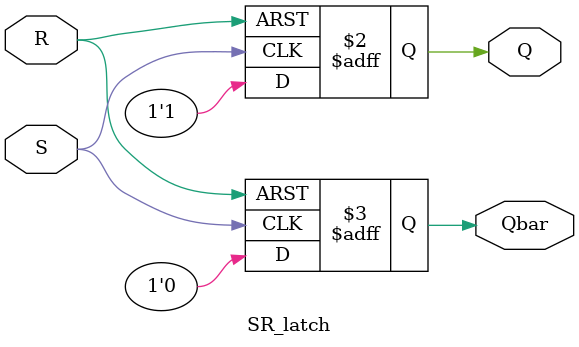
<source format=v>
module SR_latch(
	input S, R, 
	output reg Q, Qbar
	);
	always @(posedge S or posedge R) begin
		if(R) begin
			Q <= 1'b0;
			Qbar <= 1'b1;
		end else if (S) begin
			Q <= 1'b1;
			Qbar <= 1'b0;
		end
	end
endmodule 
</source>
